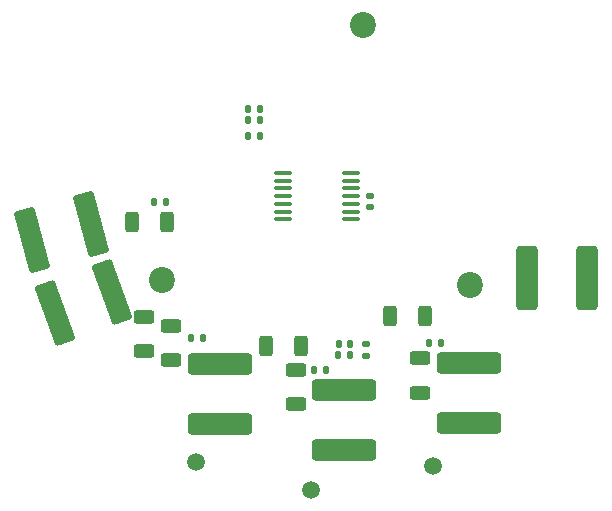
<source format=gbr>
%TF.GenerationSoftware,KiCad,Pcbnew,9.0.0*%
%TF.CreationDate,2025-06-01T03:36:43+08:00*%
%TF.ProjectId,CAPSTONE_MC,43415053-544f-44e4-955f-4d432e6b6963,Ver. 1.0.0*%
%TF.SameCoordinates,Original*%
%TF.FileFunction,Soldermask,Bot*%
%TF.FilePolarity,Negative*%
%FSLAX46Y46*%
G04 Gerber Fmt 4.6, Leading zero omitted, Abs format (unit mm)*
G04 Created by KiCad (PCBNEW 9.0.0) date 2025-06-01 03:36:43*
%MOMM*%
%LPD*%
G01*
G04 APERTURE LIST*
G04 Aperture macros list*
%AMRoundRect*
0 Rectangle with rounded corners*
0 $1 Rounding radius*
0 $2 $3 $4 $5 $6 $7 $8 $9 X,Y pos of 4 corners*
0 Add a 4 corners polygon primitive as box body*
4,1,4,$2,$3,$4,$5,$6,$7,$8,$9,$2,$3,0*
0 Add four circle primitives for the rounded corners*
1,1,$1+$1,$2,$3*
1,1,$1+$1,$4,$5*
1,1,$1+$1,$6,$7*
1,1,$1+$1,$8,$9*
0 Add four rect primitives between the rounded corners*
20,1,$1+$1,$2,$3,$4,$5,0*
20,1,$1+$1,$4,$5,$6,$7,0*
20,1,$1+$1,$6,$7,$8,$9,0*
20,1,$1+$1,$8,$9,$2,$3,0*%
G04 Aperture macros list end*
%ADD10C,2.200000*%
%ADD11RoundRect,0.250000X0.625000X-0.312500X0.625000X0.312500X-0.625000X0.312500X-0.625000X-0.312500X0*%
%ADD12RoundRect,0.250000X-0.625000X0.312500X-0.625000X-0.312500X0.625000X-0.312500X0.625000X0.312500X0*%
%ADD13RoundRect,0.250000X2.450000X-0.650000X2.450000X0.650000X-2.450000X0.650000X-2.450000X-0.650000X0*%
%ADD14RoundRect,0.250000X0.650000X2.450000X-0.650000X2.450000X-0.650000X-2.450000X0.650000X-2.450000X0*%
%ADD15RoundRect,0.135000X-0.135000X-0.185000X0.135000X-0.185000X0.135000X0.185000X-0.135000X0.185000X0*%
%ADD16RoundRect,0.250000X0.006255X-2.534751X1.261958X-2.198286X-0.006255X2.534751X-1.261958X2.198286X0*%
%ADD17RoundRect,0.140000X0.140000X0.170000X-0.140000X0.170000X-0.140000X-0.170000X0.140000X-0.170000X0*%
%ADD18RoundRect,0.135000X0.135000X0.185000X-0.135000X0.185000X-0.135000X-0.185000X0.135000X-0.185000X0*%
%ADD19RoundRect,0.140000X-0.140000X-0.170000X0.140000X-0.170000X0.140000X0.170000X-0.140000X0.170000X0*%
%ADD20C,1.500000*%
%ADD21RoundRect,0.250000X0.312500X0.625000X-0.312500X0.625000X-0.312500X-0.625000X0.312500X-0.625000X0*%
%ADD22RoundRect,0.250000X-0.312500X-0.625000X0.312500X-0.625000X0.312500X0.625000X-0.312500X0.625000X0*%
%ADD23RoundRect,0.140000X-0.170000X0.140000X-0.170000X-0.140000X0.170000X-0.140000X0.170000X0.140000X0*%
%ADD24RoundRect,0.135000X-0.185000X0.135000X-0.185000X-0.135000X0.185000X-0.135000X0.185000X0.135000X0*%
%ADD25RoundRect,0.250000X0.227149X-2.524560X1.448750X-2.079934X-0.227149X2.524560X-1.448750X2.079934X0*%
%ADD26RoundRect,0.100000X-0.637500X-0.100000X0.637500X-0.100000X0.637500X0.100000X-0.637500X0.100000X0*%
G04 APERTURE END LIST*
D10*
%TO.C,H2*%
X87810000Y-66140000D03*
%TD*%
%TO.C,H1*%
X104850000Y-44510000D03*
%TD*%
%TO.C,H3*%
X113960000Y-66550000D03*
%TD*%
D11*
%TO.C,R12*%
X86365000Y-72117500D03*
X86365000Y-69192500D03*
%TD*%
D12*
%TO.C,R24*%
X88645000Y-69952500D03*
X88645000Y-72877500D03*
%TD*%
D13*
%TO.C,C30*%
X103265000Y-80485000D03*
X103265000Y-75385000D03*
%TD*%
D14*
%TO.C,C48*%
X123835000Y-65915000D03*
X118735000Y-65915000D03*
%TD*%
D15*
%TO.C,R27*%
X100695000Y-73685750D03*
X101715000Y-73685750D03*
%TD*%
D13*
%TO.C,C32*%
X113835000Y-78195000D03*
X113835000Y-73095000D03*
%TD*%
D16*
%TO.C,C49*%
X76881890Y-62674988D03*
X81808110Y-61355012D03*
%TD*%
D17*
%TO.C,C40*%
X103795000Y-71485000D03*
X102835000Y-71485000D03*
%TD*%
D18*
%TO.C,R23*%
X88220000Y-59520000D03*
X87200000Y-59520000D03*
%TD*%
D19*
%TO.C,C41*%
X95160000Y-51595000D03*
X96120000Y-51595000D03*
%TD*%
D20*
%TO.C,TP19*%
X110825000Y-81875000D03*
%TD*%
D18*
%TO.C,R16*%
X103805000Y-72445000D03*
X102785000Y-72445000D03*
%TD*%
D21*
%TO.C,R22*%
X88257501Y-61205000D03*
X85332499Y-61205000D03*
%TD*%
D22*
%TO.C,R10*%
X107162500Y-69185000D03*
X110087500Y-69185000D03*
%TD*%
%TO.C,R11*%
X96682500Y-71725000D03*
X99607500Y-71725000D03*
%TD*%
D15*
%TO.C,R25*%
X90285000Y-71005000D03*
X91305000Y-71005000D03*
%TD*%
D12*
%TO.C,R28*%
X109715000Y-72742500D03*
X109715000Y-75667500D03*
%TD*%
D23*
%TO.C,C45*%
X105455000Y-58985000D03*
X105455000Y-59945000D03*
%TD*%
D12*
%TO.C,R26*%
X99155000Y-73702500D03*
X99155000Y-76627500D03*
%TD*%
D15*
%TO.C,R17*%
X95135000Y-52555000D03*
X96155000Y-52555000D03*
%TD*%
D18*
%TO.C,TH2*%
X96175000Y-53915000D03*
X95155000Y-53915000D03*
%TD*%
D13*
%TO.C,C31*%
X92765000Y-78325000D03*
X92765000Y-73225000D03*
%TD*%
D24*
%TO.C,TH1*%
X105095000Y-71475000D03*
X105095000Y-72495000D03*
%TD*%
D25*
%TO.C,C50*%
X78828784Y-68877152D03*
X83621216Y-67132848D03*
%TD*%
D20*
%TO.C,TP18*%
X100425000Y-83875000D03*
%TD*%
%TO.C,TP17*%
X90752999Y-81525000D03*
%TD*%
D26*
%TO.C,U8*%
X98137500Y-60950000D03*
X98137500Y-60300000D03*
X98137500Y-59650000D03*
X98137500Y-59000000D03*
X98137500Y-58350000D03*
X98137500Y-57700000D03*
X98137500Y-57050000D03*
X103862500Y-57050000D03*
X103862500Y-57700000D03*
X103862500Y-58350000D03*
X103862500Y-59000000D03*
X103862500Y-59650000D03*
X103862500Y-60300000D03*
X103862500Y-60950000D03*
%TD*%
D15*
%TO.C,R29*%
X110475000Y-71395000D03*
X111495000Y-71395000D03*
%TD*%
M02*

</source>
